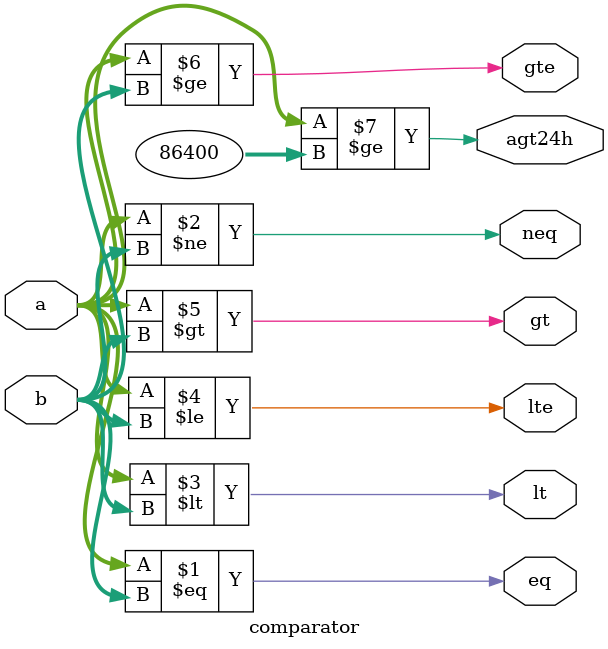
<source format=sv>
module comparator #(parameter N=30)
						 (input	logic [N-1:0] a, b,
						  output	logic eq, neq, lt, lte, gt, gte, agt24h);
						  
	assign eq 	= 	(a == b);
	assign neq 	= 	(a != b);
	assign lt	=	(a < b);
	assign lte	=	(a <= b);
	assign gt	=	(a > b);
	assign gte	=	(a >= b);
	
	assign agt24h =	(a >= 24*3600);
	
endmodule
</source>
